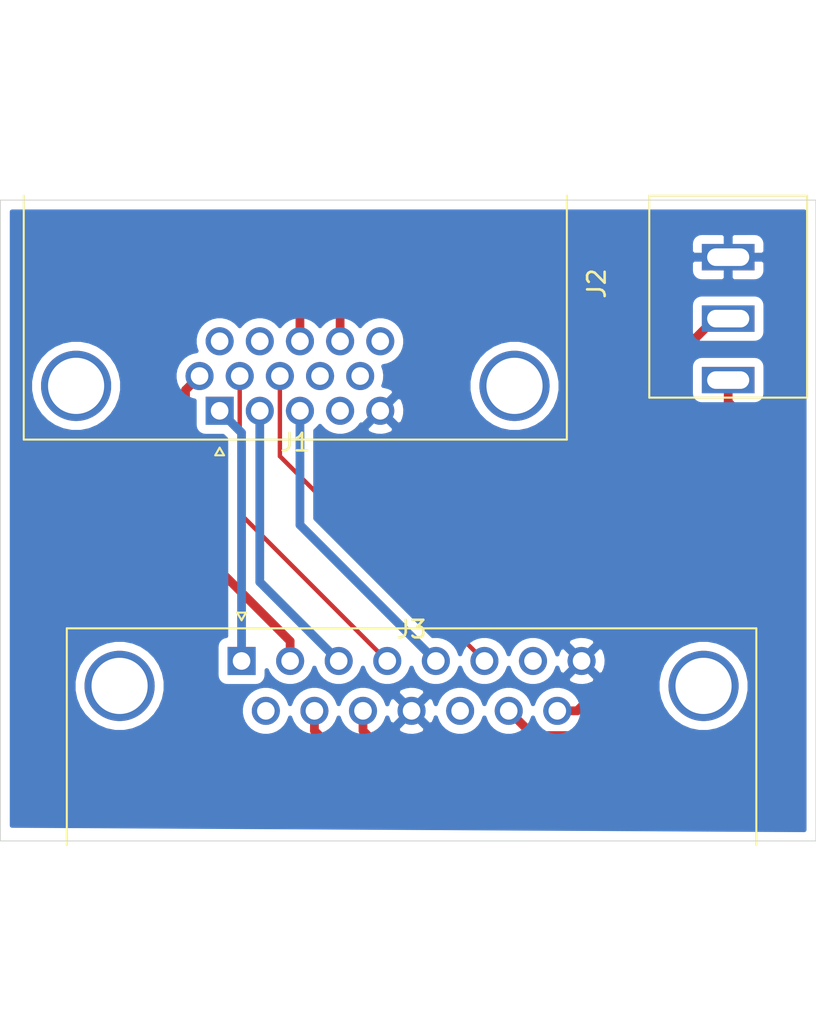
<source format=kicad_pcb>
(kicad_pcb (version 20171130) (host pcbnew "(5.1.2-1)-1")

  (general
    (thickness 1.6)
    (drawings 4)
    (tracks 45)
    (zones 0)
    (modules 3)
    (nets 20)
  )

  (page A4)
  (layers
    (0 F.Cu signal)
    (31 B.Cu signal)
    (32 B.Adhes user)
    (33 F.Adhes user)
    (34 B.Paste user)
    (35 F.Paste user)
    (36 B.SilkS user)
    (37 F.SilkS user)
    (38 B.Mask user)
    (39 F.Mask user)
    (40 Dwgs.User user)
    (41 Cmts.User user)
    (42 Eco1.User user)
    (43 Eco2.User user)
    (44 Edge.Cuts user)
    (45 Margin user)
    (46 B.CrtYd user)
    (47 F.CrtYd user)
    (48 B.Fab user)
    (49 F.Fab user)
  )

  (setup
    (last_trace_width 0.25)
    (trace_clearance 0.2)
    (zone_clearance 0.508)
    (zone_45_only no)
    (trace_min 0.2)
    (via_size 0.8)
    (via_drill 0.4)
    (via_min_size 0.4)
    (via_min_drill 0.3)
    (uvia_size 0.3)
    (uvia_drill 0.1)
    (uvias_allowed no)
    (uvia_min_size 0.2)
    (uvia_min_drill 0.1)
    (edge_width 0.05)
    (segment_width 0.2)
    (pcb_text_width 0.3)
    (pcb_text_size 1.5 1.5)
    (mod_edge_width 0.12)
    (mod_text_size 1 1)
    (mod_text_width 0.15)
    (pad_size 1.524 1.524)
    (pad_drill 0.762)
    (pad_to_mask_clearance 0.051)
    (solder_mask_min_width 0.25)
    (aux_axis_origin 0 0)
    (visible_elements FFFFFF7F)
    (pcbplotparams
      (layerselection 0x010fc_ffffffff)
      (usegerberextensions false)
      (usegerberattributes false)
      (usegerberadvancedattributes false)
      (creategerberjobfile false)
      (excludeedgelayer true)
      (linewidth 0.100000)
      (plotframeref false)
      (viasonmask false)
      (mode 1)
      (useauxorigin false)
      (hpglpennumber 1)
      (hpglpenspeed 20)
      (hpglpendiameter 15.000000)
      (psnegative false)
      (psa4output false)
      (plotreference true)
      (plotvalue true)
      (plotinvisibletext false)
      (padsonsilk false)
      (subtractmaskfromsilk false)
      (outputformat 1)
      (mirror false)
      (drillshape 1)
      (scaleselection 1)
      (outputdirectory ""))
  )

  (net 0 "")
  (net 1 "Net-(J1-Pad15)")
  (net 2 V_SYNC)
  (net 3 H_SYNC)
  (net 4 "Net-(J1-Pad12)")
  (net 5 "Net-(J1-Pad11)")
  (net 6 GND)
  (net 7 "Net-(J1-Pad9)")
  (net 8 B_return)
  (net 9 G_return)
  (net 10 R_return)
  (net 11 "Net-(J1-Pad4)")
  (net 12 B)
  (net 13 G)
  (net 14 R)
  (net 15 AUDIO_L)
  (net 16 AUDIO_R)
  (net 17 "Net-(J3-Pad13)")
  (net 18 "Net-(J3-Pad9)")
  (net 19 "Net-(J3-Pad7)")

  (net_class Default "This is the default net class."
    (clearance 0.2)
    (trace_width 0.25)
    (via_dia 0.8)
    (via_drill 0.4)
    (uvia_dia 0.3)
    (uvia_drill 0.1)
    (add_net AUDIO_L)
    (add_net AUDIO_R)
    (add_net B)
    (add_net B_return)
    (add_net G)
    (add_net GND)
    (add_net G_return)
    (add_net H_SYNC)
    (add_net "Net-(J1-Pad11)")
    (add_net "Net-(J1-Pad12)")
    (add_net "Net-(J1-Pad15)")
    (add_net "Net-(J1-Pad4)")
    (add_net "Net-(J1-Pad9)")
    (add_net "Net-(J3-Pad13)")
    (add_net "Net-(J3-Pad7)")
    (add_net "Net-(J3-Pad9)")
    (add_net R)
    (add_net R_return)
    (add_net V_SYNC)
  )

  (module Connector_Dsub:DSUB-15_Male_Horizontal_P2.77x2.84mm_EdgePinOffset7.70mm_Housed_MountingHolesOffset9.12mm (layer F.Cu) (tedit 59FEDEE2) (tstamp 5CE9DFB9)
    (at 123.75 66)
    (descr "15-pin D-Sub connector, horizontal/angled (90 deg), THT-mount, male, pitch 2.77x2.84mm, pin-PCB-offset 7.699999999999999mm, distance of mounting holes 33.3mm, distance of mounting holes to PCB edge 9.12mm, see https://disti-assets.s3.amazonaws.com/tonar/files/datasheets/16730.pdf")
    (tags "15-pin D-Sub connector horizontal angled 90deg THT male pitch 2.77x2.84mm pin-PCB-offset 7.699999999999999mm mounting-holes-distance 33.3mm mounting-hole-offset 33.3mm")
    (path /5CE99C90)
    (fp_text reference J3 (at 9.695 -1.8) (layer F.SilkS)
      (effects (font (size 1 1) (thickness 0.15)))
    )
    (fp_text value DB15_Male (at 9.695 19.84) (layer F.Fab)
      (effects (font (size 1 1) (thickness 0.15)))
    )
    (fp_text user %R (at 9.695 15.34) (layer F.Fab)
      (effects (font (size 1 1) (thickness 0.15)))
    )
    (fp_line (start 29.8 -2.35) (end -10.45 -2.35) (layer F.CrtYd) (width 0.05))
    (fp_line (start 29.8 17.45) (end 29.8 -2.35) (layer F.CrtYd) (width 0.05))
    (fp_line (start -10.45 17.45) (end 29.8 17.45) (layer F.CrtYd) (width 0.05))
    (fp_line (start -10.45 -2.35) (end -10.45 17.45) (layer F.CrtYd) (width 0.05))
    (fp_line (start 0 -2.321325) (end -0.25 -2.754338) (layer F.SilkS) (width 0.12))
    (fp_line (start 0.25 -2.754338) (end 0 -2.321325) (layer F.SilkS) (width 0.12))
    (fp_line (start -0.25 -2.754338) (end 0.25 -2.754338) (layer F.SilkS) (width 0.12))
    (fp_line (start 29.355 -1.86) (end 29.355 10.48) (layer F.SilkS) (width 0.12))
    (fp_line (start -9.965 -1.86) (end 29.355 -1.86) (layer F.SilkS) (width 0.12))
    (fp_line (start -9.965 10.48) (end -9.965 -1.86) (layer F.SilkS) (width 0.12))
    (fp_line (start 27.945 10.54) (end 27.945 1.42) (layer F.Fab) (width 0.1))
    (fp_line (start 24.745 10.54) (end 24.745 1.42) (layer F.Fab) (width 0.1))
    (fp_line (start -5.355 10.54) (end -5.355 1.42) (layer F.Fab) (width 0.1))
    (fp_line (start -8.555 10.54) (end -8.555 1.42) (layer F.Fab) (width 0.1))
    (fp_line (start 28.845 10.94) (end 23.845 10.94) (layer F.Fab) (width 0.1))
    (fp_line (start 28.845 15.94) (end 28.845 10.94) (layer F.Fab) (width 0.1))
    (fp_line (start 23.845 15.94) (end 28.845 15.94) (layer F.Fab) (width 0.1))
    (fp_line (start 23.845 10.94) (end 23.845 15.94) (layer F.Fab) (width 0.1))
    (fp_line (start -4.455 10.94) (end -9.455 10.94) (layer F.Fab) (width 0.1))
    (fp_line (start -4.455 15.94) (end -4.455 10.94) (layer F.Fab) (width 0.1))
    (fp_line (start -9.455 15.94) (end -4.455 15.94) (layer F.Fab) (width 0.1))
    (fp_line (start -9.455 10.94) (end -9.455 15.94) (layer F.Fab) (width 0.1))
    (fp_line (start 21.995 10.94) (end -2.605 10.94) (layer F.Fab) (width 0.1))
    (fp_line (start 21.995 16.94) (end 21.995 10.94) (layer F.Fab) (width 0.1))
    (fp_line (start -2.605 16.94) (end 21.995 16.94) (layer F.Fab) (width 0.1))
    (fp_line (start -2.605 10.94) (end -2.605 16.94) (layer F.Fab) (width 0.1))
    (fp_line (start 29.295 10.54) (end -9.905 10.54) (layer F.Fab) (width 0.1))
    (fp_line (start 29.295 10.94) (end 29.295 10.54) (layer F.Fab) (width 0.1))
    (fp_line (start -9.905 10.94) (end 29.295 10.94) (layer F.Fab) (width 0.1))
    (fp_line (start -9.905 10.54) (end -9.905 10.94) (layer F.Fab) (width 0.1))
    (fp_line (start 29.295 -1.8) (end -9.905 -1.8) (layer F.Fab) (width 0.1))
    (fp_line (start 29.295 10.54) (end 29.295 -1.8) (layer F.Fab) (width 0.1))
    (fp_line (start -9.905 10.54) (end 29.295 10.54) (layer F.Fab) (width 0.1))
    (fp_line (start -9.905 -1.8) (end -9.905 10.54) (layer F.Fab) (width 0.1))
    (fp_arc (start 26.345 1.42) (end 24.745 1.42) (angle 180) (layer F.Fab) (width 0.1))
    (fp_arc (start -6.955 1.42) (end -8.555 1.42) (angle 180) (layer F.Fab) (width 0.1))
    (pad 0 thru_hole circle (at 26.345 1.42) (size 4 4) (drill 3.2) (layers *.Cu *.Mask))
    (pad 0 thru_hole circle (at -6.955 1.42) (size 4 4) (drill 3.2) (layers *.Cu *.Mask))
    (pad 15 thru_hole circle (at 18.005 2.84) (size 1.6 1.6) (drill 1) (layers *.Cu *.Mask)
      (net 2 V_SYNC))
    (pad 14 thru_hole circle (at 15.235 2.84) (size 1.6 1.6) (drill 1) (layers *.Cu *.Mask)
      (net 3 H_SYNC))
    (pad 13 thru_hole circle (at 12.465 2.84) (size 1.6 1.6) (drill 1) (layers *.Cu *.Mask)
      (net 17 "Net-(J3-Pad13)"))
    (pad 12 thru_hole circle (at 9.695 2.84) (size 1.6 1.6) (drill 1) (layers *.Cu *.Mask)
      (net 6 GND))
    (pad 11 thru_hole circle (at 6.925 2.84) (size 1.6 1.6) (drill 1) (layers *.Cu *.Mask)
      (net 16 AUDIO_R))
    (pad 10 thru_hole circle (at 4.155 2.84) (size 1.6 1.6) (drill 1) (layers *.Cu *.Mask)
      (net 15 AUDIO_L))
    (pad 9 thru_hole circle (at 1.385 2.84) (size 1.6 1.6) (drill 1) (layers *.Cu *.Mask)
      (net 18 "Net-(J3-Pad9)"))
    (pad 8 thru_hole circle (at 19.39 0) (size 1.6 1.6) (drill 1) (layers *.Cu *.Mask)
      (net 6 GND))
    (pad 7 thru_hole circle (at 16.62 0) (size 1.6 1.6) (drill 1) (layers *.Cu *.Mask)
      (net 19 "Net-(J3-Pad7)"))
    (pad 6 thru_hole circle (at 13.85 0) (size 1.6 1.6) (drill 1) (layers *.Cu *.Mask)
      (net 8 B_return))
    (pad 5 thru_hole circle (at 11.08 0) (size 1.6 1.6) (drill 1) (layers *.Cu *.Mask)
      (net 12 B))
    (pad 4 thru_hole circle (at 8.31 0) (size 1.6 1.6) (drill 1) (layers *.Cu *.Mask)
      (net 9 G_return))
    (pad 3 thru_hole circle (at 5.54 0) (size 1.6 1.6) (drill 1) (layers *.Cu *.Mask)
      (net 13 G))
    (pad 2 thru_hole circle (at 2.77 0) (size 1.6 1.6) (drill 1) (layers *.Cu *.Mask)
      (net 10 R_return))
    (pad 1 thru_hole rect (at 0 0) (size 1.6 1.6) (drill 1) (layers *.Cu *.Mask)
      (net 14 R))
    (model ${KISYS3DMOD}/Connector_Dsub.3dshapes/DSUB-15_Male_Horizontal_P2.77x2.84mm_EdgePinOffset7.70mm_Housed_MountingHolesOffset9.12mm.wrl
      (at (xyz 0 0 0))
      (scale (xyz 1 1 1))
      (rotate (xyz 0 0 0))
    )
  )

  (module Connector_Dsub:DSUB-15-HD_Female_Horizontal_P2.29x1.98mm_EdgePinOffset8.35mm_Housed_MountingHolesOffset10.89mm (layer F.Cu) (tedit 59FEDEE2) (tstamp 5CE9DF41)
    (at 122.5 51.75 180)
    (descr "15-pin D-Sub connector, horizontal/angled (90 deg), THT-mount, female, pitch 2.29x1.98mm, pin-PCB-offset 8.35mm, distance of mounting holes 25mm, distance of mounting holes to PCB edge 10.889999999999999mm, see https://disti-assets.s3.amazonaws.com/tonar/files/datasheets/16730.pdf")
    (tags "15-pin D-Sub connector horizontal angled 90deg THT female pitch 2.29x1.98mm pin-PCB-offset 8.35mm mounting-holes-distance 25mm mounting-hole-offset 25mm")
    (path /5CE9DA02)
    (fp_text reference J1 (at -4.315 -1.8) (layer F.SilkS)
      (effects (font (size 1 1) (thickness 0.15)))
    )
    (fp_text value DB15_Female_HighDensity (at -4.315 22.55) (layer F.Fab)
      (effects (font (size 1 1) (thickness 0.15)))
    )
    (fp_text user %R (at -4.315 17.965) (layer F.Fab)
      (effects (font (size 1 1) (thickness 0.15)))
    )
    (fp_line (start 11.65 -2.1) (end -20.25 -2.1) (layer F.CrtYd) (width 0.05))
    (fp_line (start 11.65 19.25) (end 11.65 -2.1) (layer F.CrtYd) (width 0.05))
    (fp_line (start -20.25 19.25) (end 11.65 19.25) (layer F.CrtYd) (width 0.05))
    (fp_line (start -20.25 -2.1) (end -20.25 19.25) (layer F.CrtYd) (width 0.05))
    (fp_line (start 0 -2.101325) (end -0.25 -2.534338) (layer F.SilkS) (width 0.12))
    (fp_line (start 0.25 -2.534338) (end 0 -2.101325) (layer F.SilkS) (width 0.12))
    (fp_line (start -0.25 -2.534338) (end 0.25 -2.534338) (layer F.SilkS) (width 0.12))
    (fp_line (start 11.17 -1.64) (end 11.17 12.25) (layer F.SilkS) (width 0.12))
    (fp_line (start -19.8 -1.64) (end 11.17 -1.64) (layer F.SilkS) (width 0.12))
    (fp_line (start -19.8 12.25) (end -19.8 -1.64) (layer F.SilkS) (width 0.12))
    (fp_line (start 9.785 12.31) (end 9.785 1.42) (layer F.Fab) (width 0.1))
    (fp_line (start 6.585 12.31) (end 6.585 1.42) (layer F.Fab) (width 0.1))
    (fp_line (start -15.215 12.31) (end -15.215 1.42) (layer F.Fab) (width 0.1))
    (fp_line (start -18.415 12.31) (end -18.415 1.42) (layer F.Fab) (width 0.1))
    (fp_line (start 10.685 12.71) (end 5.685 12.71) (layer F.Fab) (width 0.1))
    (fp_line (start 10.685 17.71) (end 10.685 12.71) (layer F.Fab) (width 0.1))
    (fp_line (start 5.685 17.71) (end 10.685 17.71) (layer F.Fab) (width 0.1))
    (fp_line (start 5.685 12.71) (end 5.685 17.71) (layer F.Fab) (width 0.1))
    (fp_line (start -14.315 12.71) (end -19.315 12.71) (layer F.Fab) (width 0.1))
    (fp_line (start -14.315 17.71) (end -14.315 12.71) (layer F.Fab) (width 0.1))
    (fp_line (start -19.315 17.71) (end -14.315 17.71) (layer F.Fab) (width 0.1))
    (fp_line (start -19.315 12.71) (end -19.315 17.71) (layer F.Fab) (width 0.1))
    (fp_line (start 3.835 12.71) (end -12.465 12.71) (layer F.Fab) (width 0.1))
    (fp_line (start 3.835 18.71) (end 3.835 12.71) (layer F.Fab) (width 0.1))
    (fp_line (start -12.465 18.71) (end 3.835 18.71) (layer F.Fab) (width 0.1))
    (fp_line (start -12.465 12.71) (end -12.465 18.71) (layer F.Fab) (width 0.1))
    (fp_line (start 11.11 12.31) (end -19.74 12.31) (layer F.Fab) (width 0.1))
    (fp_line (start 11.11 12.71) (end 11.11 12.31) (layer F.Fab) (width 0.1))
    (fp_line (start -19.74 12.71) (end 11.11 12.71) (layer F.Fab) (width 0.1))
    (fp_line (start -19.74 12.31) (end -19.74 12.71) (layer F.Fab) (width 0.1))
    (fp_line (start 11.11 -1.58) (end -19.74 -1.58) (layer F.Fab) (width 0.1))
    (fp_line (start 11.11 12.31) (end 11.11 -1.58) (layer F.Fab) (width 0.1))
    (fp_line (start -19.74 12.31) (end 11.11 12.31) (layer F.Fab) (width 0.1))
    (fp_line (start -19.74 -1.58) (end -19.74 12.31) (layer F.Fab) (width 0.1))
    (fp_arc (start 8.185 1.42) (end 6.585 1.42) (angle 180) (layer F.Fab) (width 0.1))
    (fp_arc (start -16.815 1.42) (end -18.415 1.42) (angle 180) (layer F.Fab) (width 0.1))
    (pad 0 thru_hole circle (at 8.185 1.42 180) (size 4 4) (drill 3.2) (layers *.Cu *.Mask))
    (pad 0 thru_hole circle (at -16.815 1.42 180) (size 4 4) (drill 3.2) (layers *.Cu *.Mask))
    (pad 15 thru_hole circle (at -9.16 3.96 180) (size 1.6 1.6) (drill 1) (layers *.Cu *.Mask)
      (net 1 "Net-(J1-Pad15)"))
    (pad 14 thru_hole circle (at -6.87 3.96 180) (size 1.6 1.6) (drill 1) (layers *.Cu *.Mask)
      (net 2 V_SYNC))
    (pad 13 thru_hole circle (at -4.58 3.96 180) (size 1.6 1.6) (drill 1) (layers *.Cu *.Mask)
      (net 3 H_SYNC))
    (pad 12 thru_hole circle (at -2.29 3.96 180) (size 1.6 1.6) (drill 1) (layers *.Cu *.Mask)
      (net 4 "Net-(J1-Pad12)"))
    (pad 11 thru_hole circle (at 0 3.96 180) (size 1.6 1.6) (drill 1) (layers *.Cu *.Mask)
      (net 5 "Net-(J1-Pad11)"))
    (pad 10 thru_hole circle (at -8.015 1.98 180) (size 1.6 1.6) (drill 1) (layers *.Cu *.Mask)
      (net 6 GND))
    (pad 9 thru_hole circle (at -5.725 1.98 180) (size 1.6 1.6) (drill 1) (layers *.Cu *.Mask)
      (net 7 "Net-(J1-Pad9)"))
    (pad 8 thru_hole circle (at -3.435 1.98 180) (size 1.6 1.6) (drill 1) (layers *.Cu *.Mask)
      (net 8 B_return))
    (pad 7 thru_hole circle (at -1.145 1.98 180) (size 1.6 1.6) (drill 1) (layers *.Cu *.Mask)
      (net 9 G_return))
    (pad 6 thru_hole circle (at 1.145 1.98 180) (size 1.6 1.6) (drill 1) (layers *.Cu *.Mask)
      (net 10 R_return))
    (pad 5 thru_hole circle (at -9.16 0 180) (size 1.6 1.6) (drill 1) (layers *.Cu *.Mask)
      (net 6 GND))
    (pad 4 thru_hole circle (at -6.87 0 180) (size 1.6 1.6) (drill 1) (layers *.Cu *.Mask)
      (net 11 "Net-(J1-Pad4)"))
    (pad 3 thru_hole circle (at -4.58 0 180) (size 1.6 1.6) (drill 1) (layers *.Cu *.Mask)
      (net 12 B))
    (pad 2 thru_hole circle (at -2.29 0 180) (size 1.6 1.6) (drill 1) (layers *.Cu *.Mask)
      (net 13 G))
    (pad 1 thru_hole rect (at 0 0 180) (size 1.6 1.6) (drill 1) (layers *.Cu *.Mask)
      (net 14 R))
    (model ${KISYS3DMOD}/Connector_Dsub.3dshapes/DSUB-15-HD_Female_Horizontal_P2.29x1.98mm_EdgePinOffset8.35mm_Housed_MountingHolesOffset10.89mm.wrl
      (at (xyz 0 0 0))
      (scale (xyz 1 1 1))
      (rotate (xyz 0 0 0))
    )
  )

  (module Connector_Audio:ASJ-125-3 (layer F.Cu) (tedit 5CE98518) (tstamp 5CE9DF52)
    (at 156 44.5 270)
    (path /5CEA4732)
    (fp_text reference J2 (at 0 12 90) (layer F.SilkS)
      (effects (font (size 1 1) (thickness 0.15)))
    )
    (fp_text value AudioJack3 (at 11.75 3.5 90) (layer F.Fab)
      (effects (font (size 1 1) (thickness 0.15)))
    )
    (fp_line (start -10 7.5) (end -5.5 7.5) (layer Dwgs.User) (width 0.12))
    (fp_line (start -10 1.5) (end -10 7.5) (layer Dwgs.User) (width 0.12))
    (fp_line (start -5.5 1.5) (end -10 1.5) (layer Dwgs.User) (width 0.12))
    (fp_line (start -5.5 8) (end -5 8) (layer Dwgs.User) (width 0.12))
    (fp_line (start -5.5 1) (end -5.5 8) (layer Dwgs.User) (width 0.12))
    (fp_line (start -5 1) (end -5.5 1) (layer Dwgs.User) (width 0.12))
    (fp_line (start 6.5 9) (end -5 9) (layer F.SilkS) (width 0.12))
    (fp_line (start 6.5 0) (end 6.5 9) (layer F.SilkS) (width 0.12))
    (fp_line (start -5 0) (end 6.5 0) (layer F.SilkS) (width 0.12))
    (fp_line (start -5 0) (end -5 9) (layer F.SilkS) (width 0.12))
    (pad T thru_hole rect (at 5.5 4.5 270) (size 1.5 3) (drill oval 1 2.4) (layers *.Cu *.Mask)
      (net 15 AUDIO_L))
    (pad R thru_hole rect (at 2 4.5 270) (size 1.5 3) (drill oval 1 2.4) (layers *.Cu *.Mask)
      (net 16 AUDIO_R))
    (pad S thru_hole rect (at -1.5 4.5 270) (size 1.5 3) (drill oval 1 2.4) (layers *.Cu *.Mask)
      (net 6 GND))
  )

  (gr_line (start 156.5 76.25) (end 156.5 39.75) (layer Edge.Cuts) (width 0.05) (tstamp 5CEA269A))
  (gr_line (start 110 76.25) (end 156.5 76.25) (layer Edge.Cuts) (width 0.05))
  (gr_line (start 110 39.75) (end 110 76.25) (layer Edge.Cuts) (width 0.05))
  (gr_line (start 156.5 39.75) (end 110 39.75) (layer Edge.Cuts) (width 0.05))

  (segment (start 129.37 46.38) (end 129.37 47.79) (width 0.5) (layer F.Cu) (net 2))
  (segment (start 130.75 45) (end 129.37 46.38) (width 0.5) (layer F.Cu) (net 2))
  (segment (start 140.5 45) (end 130.75 45) (width 0.5) (layer F.Cu) (net 2))
  (segment (start 146 50.5) (end 140.5 45) (width 0.5) (layer F.Cu) (net 2))
  (segment (start 146 65.72637) (end 146 50.5) (width 0.5) (layer F.Cu) (net 2))
  (segment (start 142.88637 68.84) (end 146 65.72637) (width 0.5) (layer F.Cu) (net 2))
  (segment (start 141.755 68.84) (end 142.88637 68.84) (width 0.5) (layer F.Cu) (net 2))
  (segment (start 129.5 43.5) (end 127.08 45.92) (width 0.5) (layer F.Cu) (net 3))
  (segment (start 141 43.5) (end 129.5 43.5) (width 0.5) (layer F.Cu) (net 3))
  (segment (start 147.5 50) (end 141 43.5) (width 0.5) (layer F.Cu) (net 3))
  (segment (start 127.08 45.92) (end 127.08 47.79) (width 0.5) (layer F.Cu) (net 3))
  (segment (start 147.5 66) (end 147.5 50) (width 0.5) (layer F.Cu) (net 3))
  (segment (start 138.985 68.84) (end 140.395 70.25) (width 0.5) (layer F.Cu) (net 3))
  (segment (start 143.25 70.25) (end 147.5 66) (width 0.5) (layer F.Cu) (net 3))
  (segment (start 140.395 70.25) (end 143.25 70.25) (width 0.5) (layer F.Cu) (net 3))
  (segment (start 125.935 54.335) (end 125.935 49.77) (width 0.25) (layer F.Cu) (net 8))
  (segment (start 137.6 66) (end 125.935 54.335) (width 0.25) (layer F.Cu) (net 8))
  (segment (start 123.645 57.585) (end 123.645 49.77) (width 0.25) (layer F.Cu) (net 9))
  (segment (start 132.06 66) (end 123.645 57.585) (width 0.25) (layer F.Cu) (net 9))
  (segment (start 120.555001 50.569999) (end 121.355 49.77) (width 0.5) (layer F.Cu) (net 10))
  (segment (start 120.555001 58.903631) (end 120.555001 50.569999) (width 0.5) (layer F.Cu) (net 10))
  (segment (start 126.52 64.86863) (end 120.555001 58.903631) (width 0.5) (layer F.Cu) (net 10))
  (segment (start 126.52 66) (end 126.52 64.86863) (width 0.5) (layer F.Cu) (net 10))
  (segment (start 127.08 58.25) (end 127.08 51.75) (width 0.5) (layer B.Cu) (net 12))
  (segment (start 134.83 66) (end 127.08 58.25) (width 0.5) (layer B.Cu) (net 12))
  (segment (start 124.79 61.5) (end 124.79 51.75) (width 0.5) (layer B.Cu) (net 13) (status 1000000))
  (segment (start 129.29 66) (end 124.79 61.5) (width 0.5) (layer B.Cu) (net 13) (status 1000000))
  (segment (start 123.75 53) (end 122.5 51.75) (width 0.5) (layer B.Cu) (net 14))
  (segment (start 123.75 66) (end 123.75 53) (width 0.5) (layer B.Cu) (net 14))
  (segment (start 154.5 70.75) (end 154.5 54.25) (width 0.5) (layer F.Cu) (net 15))
  (segment (start 153 72.25) (end 154.5 70.75) (width 0.5) (layer F.Cu) (net 15))
  (segment (start 151.5 51.25) (end 151.5 50) (width 0.5) (layer F.Cu) (net 15))
  (segment (start 130.18363 72.25) (end 153 72.25) (width 0.5) (layer F.Cu) (net 15))
  (segment (start 154.5 54.25) (end 151.5 51.25) (width 0.5) (layer F.Cu) (net 15))
  (segment (start 127.905 69.97137) (end 130.18363 72.25) (width 0.5) (layer F.Cu) (net 15))
  (segment (start 127.905 68.84) (end 127.905 69.97137) (width 0.5) (layer F.Cu) (net 15))
  (segment (start 148.75 48.5) (end 150.75 46.5) (width 0.5) (layer F.Cu) (net 16))
  (segment (start 153.25 62.25) (end 148.75 57.75) (width 0.5) (layer F.Cu) (net 16))
  (segment (start 150.75 46.5) (end 151.5 46.5) (width 0.5) (layer F.Cu) (net 16))
  (segment (start 152.25 71) (end 153.25 70) (width 0.5) (layer F.Cu) (net 16))
  (segment (start 153.25 70) (end 153.25 62.25) (width 0.5) (layer F.Cu) (net 16))
  (segment (start 130.675 69.97137) (end 131.70363 71) (width 0.5) (layer F.Cu) (net 16))
  (segment (start 131.70363 71) (end 152.25 71) (width 0.5) (layer F.Cu) (net 16))
  (segment (start 148.75 57.75) (end 148.75 48.5) (width 0.5) (layer F.Cu) (net 16))
  (segment (start 130.675 68.84) (end 130.675 69.97137) (width 0.5) (layer F.Cu) (net 16))

  (zone (net 6) (net_name GND) (layer B.Cu) (tstamp 0) (hatch edge 0.508)
    (connect_pads (clearance 0.508))
    (min_thickness 0.254)
    (fill yes (arc_segments 32) (thermal_gap 0.508) (thermal_bridge_width 0.508))
    (polygon
      (pts
        (xy 156 40.25) (xy 110.5 40.25) (xy 110.5 75.5) (xy 156 75.75)
      )
    )
    (filled_polygon
      (pts
        (xy 155.84 75.622119) (xy 110.66 75.373877) (xy 110.66 67.160475) (xy 114.16 67.160475) (xy 114.16 67.679525)
        (xy 114.261261 68.188601) (xy 114.459893 68.668141) (xy 114.748262 69.099715) (xy 115.115285 69.466738) (xy 115.546859 69.755107)
        (xy 116.026399 69.953739) (xy 116.535475 70.055) (xy 117.054525 70.055) (xy 117.563601 69.953739) (xy 118.043141 69.755107)
        (xy 118.474715 69.466738) (xy 118.841738 69.099715) (xy 119.109711 68.698665) (xy 123.7 68.698665) (xy 123.7 68.981335)
        (xy 123.755147 69.258574) (xy 123.86332 69.519727) (xy 124.020363 69.754759) (xy 124.220241 69.954637) (xy 124.455273 70.11168)
        (xy 124.716426 70.219853) (xy 124.993665 70.275) (xy 125.276335 70.275) (xy 125.553574 70.219853) (xy 125.814727 70.11168)
        (xy 126.049759 69.954637) (xy 126.249637 69.754759) (xy 126.40668 69.519727) (xy 126.514853 69.258574) (xy 126.52 69.232699)
        (xy 126.525147 69.258574) (xy 126.63332 69.519727) (xy 126.790363 69.754759) (xy 126.990241 69.954637) (xy 127.225273 70.11168)
        (xy 127.486426 70.219853) (xy 127.763665 70.275) (xy 128.046335 70.275) (xy 128.323574 70.219853) (xy 128.584727 70.11168)
        (xy 128.819759 69.954637) (xy 129.019637 69.754759) (xy 129.17668 69.519727) (xy 129.284853 69.258574) (xy 129.29 69.232699)
        (xy 129.295147 69.258574) (xy 129.40332 69.519727) (xy 129.560363 69.754759) (xy 129.760241 69.954637) (xy 129.995273 70.11168)
        (xy 130.256426 70.219853) (xy 130.533665 70.275) (xy 130.816335 70.275) (xy 131.093574 70.219853) (xy 131.354727 70.11168)
        (xy 131.589759 69.954637) (xy 131.711694 69.832702) (xy 132.631903 69.832702) (xy 132.703486 70.076671) (xy 132.958996 70.197571)
        (xy 133.233184 70.2663) (xy 133.515512 70.280217) (xy 133.79513 70.238787) (xy 134.061292 70.143603) (xy 134.186514 70.076671)
        (xy 134.258097 69.832702) (xy 133.445 69.019605) (xy 132.631903 69.832702) (xy 131.711694 69.832702) (xy 131.789637 69.754759)
        (xy 131.94668 69.519727) (xy 132.054853 69.258574) (xy 132.060513 69.230118) (xy 132.141397 69.456292) (xy 132.208329 69.581514)
        (xy 132.452298 69.653097) (xy 133.265395 68.84) (xy 133.624605 68.84) (xy 134.437702 69.653097) (xy 134.681671 69.581514)
        (xy 134.802571 69.326004) (xy 134.828212 69.223711) (xy 134.835147 69.258574) (xy 134.94332 69.519727) (xy 135.100363 69.754759)
        (xy 135.300241 69.954637) (xy 135.535273 70.11168) (xy 135.796426 70.219853) (xy 136.073665 70.275) (xy 136.356335 70.275)
        (xy 136.633574 70.219853) (xy 136.894727 70.11168) (xy 137.129759 69.954637) (xy 137.329637 69.754759) (xy 137.48668 69.519727)
        (xy 137.594853 69.258574) (xy 137.6 69.232699) (xy 137.605147 69.258574) (xy 137.71332 69.519727) (xy 137.870363 69.754759)
        (xy 138.070241 69.954637) (xy 138.305273 70.11168) (xy 138.566426 70.219853) (xy 138.843665 70.275) (xy 139.126335 70.275)
        (xy 139.403574 70.219853) (xy 139.664727 70.11168) (xy 139.899759 69.954637) (xy 140.099637 69.754759) (xy 140.25668 69.519727)
        (xy 140.364853 69.258574) (xy 140.37 69.232699) (xy 140.375147 69.258574) (xy 140.48332 69.519727) (xy 140.640363 69.754759)
        (xy 140.840241 69.954637) (xy 141.075273 70.11168) (xy 141.336426 70.219853) (xy 141.613665 70.275) (xy 141.896335 70.275)
        (xy 142.173574 70.219853) (xy 142.434727 70.11168) (xy 142.669759 69.954637) (xy 142.869637 69.754759) (xy 143.02668 69.519727)
        (xy 143.134853 69.258574) (xy 143.19 68.981335) (xy 143.19 68.698665) (xy 143.134853 68.421426) (xy 143.02668 68.160273)
        (xy 142.869637 67.925241) (xy 142.669759 67.725363) (xy 142.434727 67.56832) (xy 142.173574 67.460147) (xy 141.896335 67.405)
        (xy 141.613665 67.405) (xy 141.336426 67.460147) (xy 141.075273 67.56832) (xy 140.840241 67.725363) (xy 140.640363 67.925241)
        (xy 140.48332 68.160273) (xy 140.375147 68.421426) (xy 140.37 68.447301) (xy 140.364853 68.421426) (xy 140.25668 68.160273)
        (xy 140.099637 67.925241) (xy 139.899759 67.725363) (xy 139.664727 67.56832) (xy 139.403574 67.460147) (xy 139.126335 67.405)
        (xy 138.843665 67.405) (xy 138.566426 67.460147) (xy 138.305273 67.56832) (xy 138.070241 67.725363) (xy 137.870363 67.925241)
        (xy 137.71332 68.160273) (xy 137.605147 68.421426) (xy 137.6 68.447301) (xy 137.594853 68.421426) (xy 137.48668 68.160273)
        (xy 137.329637 67.925241) (xy 137.129759 67.725363) (xy 136.894727 67.56832) (xy 136.633574 67.460147) (xy 136.356335 67.405)
        (xy 136.073665 67.405) (xy 135.796426 67.460147) (xy 135.535273 67.56832) (xy 135.300241 67.725363) (xy 135.100363 67.925241)
        (xy 134.94332 68.160273) (xy 134.835147 68.421426) (xy 134.829487 68.449882) (xy 134.748603 68.223708) (xy 134.681671 68.098486)
        (xy 134.437702 68.026903) (xy 133.624605 68.84) (xy 133.265395 68.84) (xy 132.452298 68.026903) (xy 132.208329 68.098486)
        (xy 132.087429 68.353996) (xy 132.061788 68.456289) (xy 132.054853 68.421426) (xy 131.94668 68.160273) (xy 131.789637 67.925241)
        (xy 131.711694 67.847298) (xy 132.631903 67.847298) (xy 133.445 68.660395) (xy 134.258097 67.847298) (xy 134.186514 67.603329)
        (xy 133.931004 67.482429) (xy 133.656816 67.4137) (xy 133.374488 67.399783) (xy 133.09487 67.441213) (xy 132.828708 67.536397)
        (xy 132.703486 67.603329) (xy 132.631903 67.847298) (xy 131.711694 67.847298) (xy 131.589759 67.725363) (xy 131.354727 67.56832)
        (xy 131.093574 67.460147) (xy 130.816335 67.405) (xy 130.533665 67.405) (xy 130.256426 67.460147) (xy 129.995273 67.56832)
        (xy 129.760241 67.725363) (xy 129.560363 67.925241) (xy 129.40332 68.160273) (xy 129.295147 68.421426) (xy 129.29 68.447301)
        (xy 129.284853 68.421426) (xy 129.17668 68.160273) (xy 129.019637 67.925241) (xy 128.819759 67.725363) (xy 128.584727 67.56832)
        (xy 128.323574 67.460147) (xy 128.046335 67.405) (xy 127.763665 67.405) (xy 127.486426 67.460147) (xy 127.225273 67.56832)
        (xy 126.990241 67.725363) (xy 126.790363 67.925241) (xy 126.63332 68.160273) (xy 126.525147 68.421426) (xy 126.52 68.447301)
        (xy 126.514853 68.421426) (xy 126.40668 68.160273) (xy 126.249637 67.925241) (xy 126.049759 67.725363) (xy 125.814727 67.56832)
        (xy 125.553574 67.460147) (xy 125.276335 67.405) (xy 124.993665 67.405) (xy 124.716426 67.460147) (xy 124.455273 67.56832)
        (xy 124.220241 67.725363) (xy 124.020363 67.925241) (xy 123.86332 68.160273) (xy 123.755147 68.421426) (xy 123.7 68.698665)
        (xy 119.109711 68.698665) (xy 119.130107 68.668141) (xy 119.328739 68.188601) (xy 119.43 67.679525) (xy 119.43 67.160475)
        (xy 119.328739 66.651399) (xy 119.130107 66.171859) (xy 118.841738 65.740285) (xy 118.474715 65.373262) (xy 118.043141 65.084893)
        (xy 117.563601 64.886261) (xy 117.054525 64.785) (xy 116.535475 64.785) (xy 116.026399 64.886261) (xy 115.546859 65.084893)
        (xy 115.115285 65.373262) (xy 114.748262 65.740285) (xy 114.459893 66.171859) (xy 114.261261 66.651399) (xy 114.16 67.160475)
        (xy 110.66 67.160475) (xy 110.66 50.070475) (xy 111.68 50.070475) (xy 111.68 50.589525) (xy 111.781261 51.098601)
        (xy 111.979893 51.578141) (xy 112.268262 52.009715) (xy 112.635285 52.376738) (xy 113.066859 52.665107) (xy 113.546399 52.863739)
        (xy 114.055475 52.965) (xy 114.574525 52.965) (xy 115.083601 52.863739) (xy 115.563141 52.665107) (xy 115.994715 52.376738)
        (xy 116.361738 52.009715) (xy 116.650107 51.578141) (xy 116.848739 51.098601) (xy 116.95 50.589525) (xy 116.95 50.070475)
        (xy 116.862119 49.628665) (xy 119.92 49.628665) (xy 119.92 49.911335) (xy 119.975147 50.188574) (xy 120.08332 50.449727)
        (xy 120.240363 50.684759) (xy 120.440241 50.884637) (xy 120.675273 51.04168) (xy 120.936426 51.149853) (xy 121.061928 51.174817)
        (xy 121.061928 52.55) (xy 121.074188 52.674482) (xy 121.110498 52.79418) (xy 121.169463 52.904494) (xy 121.248815 53.001185)
        (xy 121.345506 53.080537) (xy 121.45582 53.139502) (xy 121.575518 53.175812) (xy 121.7 53.188072) (xy 122.686493 53.188072)
        (xy 122.865001 53.36658) (xy 122.865 64.570299) (xy 122.825518 64.574188) (xy 122.70582 64.610498) (xy 122.595506 64.669463)
        (xy 122.498815 64.748815) (xy 122.419463 64.845506) (xy 122.360498 64.95582) (xy 122.324188 65.075518) (xy 122.311928 65.2)
        (xy 122.311928 66.8) (xy 122.324188 66.924482) (xy 122.360498 67.04418) (xy 122.419463 67.154494) (xy 122.498815 67.251185)
        (xy 122.595506 67.330537) (xy 122.70582 67.389502) (xy 122.825518 67.425812) (xy 122.95 67.438072) (xy 124.55 67.438072)
        (xy 124.674482 67.425812) (xy 124.79418 67.389502) (xy 124.904494 67.330537) (xy 125.001185 67.251185) (xy 125.080537 67.154494)
        (xy 125.139502 67.04418) (xy 125.175812 66.924482) (xy 125.188072 66.8) (xy 125.188072 66.534275) (xy 125.24832 66.679727)
        (xy 125.405363 66.914759) (xy 125.605241 67.114637) (xy 125.840273 67.27168) (xy 126.101426 67.379853) (xy 126.378665 67.435)
        (xy 126.661335 67.435) (xy 126.938574 67.379853) (xy 127.199727 67.27168) (xy 127.434759 67.114637) (xy 127.634637 66.914759)
        (xy 127.79168 66.679727) (xy 127.899853 66.418574) (xy 127.905 66.392699) (xy 127.910147 66.418574) (xy 128.01832 66.679727)
        (xy 128.175363 66.914759) (xy 128.375241 67.114637) (xy 128.610273 67.27168) (xy 128.871426 67.379853) (xy 129.148665 67.435)
        (xy 129.431335 67.435) (xy 129.708574 67.379853) (xy 129.969727 67.27168) (xy 130.204759 67.114637) (xy 130.404637 66.914759)
        (xy 130.56168 66.679727) (xy 130.669853 66.418574) (xy 130.675 66.392699) (xy 130.680147 66.418574) (xy 130.78832 66.679727)
        (xy 130.945363 66.914759) (xy 131.145241 67.114637) (xy 131.380273 67.27168) (xy 131.641426 67.379853) (xy 131.918665 67.435)
        (xy 132.201335 67.435) (xy 132.478574 67.379853) (xy 132.739727 67.27168) (xy 132.974759 67.114637) (xy 133.174637 66.914759)
        (xy 133.33168 66.679727) (xy 133.439853 66.418574) (xy 133.445 66.392699) (xy 133.450147 66.418574) (xy 133.55832 66.679727)
        (xy 133.715363 66.914759) (xy 133.915241 67.114637) (xy 134.150273 67.27168) (xy 134.411426 67.379853) (xy 134.688665 67.435)
        (xy 134.971335 67.435) (xy 135.248574 67.379853) (xy 135.509727 67.27168) (xy 135.744759 67.114637) (xy 135.944637 66.914759)
        (xy 136.10168 66.679727) (xy 136.209853 66.418574) (xy 136.215 66.392699) (xy 136.220147 66.418574) (xy 136.32832 66.679727)
        (xy 136.485363 66.914759) (xy 136.685241 67.114637) (xy 136.920273 67.27168) (xy 137.181426 67.379853) (xy 137.458665 67.435)
        (xy 137.741335 67.435) (xy 138.018574 67.379853) (xy 138.279727 67.27168) (xy 138.514759 67.114637) (xy 138.714637 66.914759)
        (xy 138.87168 66.679727) (xy 138.979853 66.418574) (xy 138.985 66.392699) (xy 138.990147 66.418574) (xy 139.09832 66.679727)
        (xy 139.255363 66.914759) (xy 139.455241 67.114637) (xy 139.690273 67.27168) (xy 139.951426 67.379853) (xy 140.228665 67.435)
        (xy 140.511335 67.435) (xy 140.788574 67.379853) (xy 141.049727 67.27168) (xy 141.284759 67.114637) (xy 141.406694 66.992702)
        (xy 142.326903 66.992702) (xy 142.398486 67.236671) (xy 142.653996 67.357571) (xy 142.928184 67.4263) (xy 143.210512 67.440217)
        (xy 143.49013 67.398787) (xy 143.756292 67.303603) (xy 143.881514 67.236671) (xy 143.90387 67.160475) (xy 147.46 67.160475)
        (xy 147.46 67.679525) (xy 147.561261 68.188601) (xy 147.759893 68.668141) (xy 148.048262 69.099715) (xy 148.415285 69.466738)
        (xy 148.846859 69.755107) (xy 149.326399 69.953739) (xy 149.835475 70.055) (xy 150.354525 70.055) (xy 150.863601 69.953739)
        (xy 151.343141 69.755107) (xy 151.774715 69.466738) (xy 152.141738 69.099715) (xy 152.430107 68.668141) (xy 152.628739 68.188601)
        (xy 152.73 67.679525) (xy 152.73 67.160475) (xy 152.628739 66.651399) (xy 152.430107 66.171859) (xy 152.141738 65.740285)
        (xy 151.774715 65.373262) (xy 151.343141 65.084893) (xy 150.863601 64.886261) (xy 150.354525 64.785) (xy 149.835475 64.785)
        (xy 149.326399 64.886261) (xy 148.846859 65.084893) (xy 148.415285 65.373262) (xy 148.048262 65.740285) (xy 147.759893 66.171859)
        (xy 147.561261 66.651399) (xy 147.46 67.160475) (xy 143.90387 67.160475) (xy 143.953097 66.992702) (xy 143.14 66.179605)
        (xy 142.326903 66.992702) (xy 141.406694 66.992702) (xy 141.484637 66.914759) (xy 141.64168 66.679727) (xy 141.749853 66.418574)
        (xy 141.755513 66.390118) (xy 141.836397 66.616292) (xy 141.903329 66.741514) (xy 142.147298 66.813097) (xy 142.960395 66)
        (xy 143.319605 66) (xy 144.132702 66.813097) (xy 144.376671 66.741514) (xy 144.497571 66.486004) (xy 144.5663 66.211816)
        (xy 144.580217 65.929488) (xy 144.538787 65.64987) (xy 144.443603 65.383708) (xy 144.376671 65.258486) (xy 144.132702 65.186903)
        (xy 143.319605 66) (xy 142.960395 66) (xy 142.147298 65.186903) (xy 141.903329 65.258486) (xy 141.782429 65.513996)
        (xy 141.756788 65.616289) (xy 141.749853 65.581426) (xy 141.64168 65.320273) (xy 141.484637 65.085241) (xy 141.406694 65.007298)
        (xy 142.326903 65.007298) (xy 143.14 65.820395) (xy 143.953097 65.007298) (xy 143.881514 64.763329) (xy 143.626004 64.642429)
        (xy 143.351816 64.5737) (xy 143.069488 64.559783) (xy 142.78987 64.601213) (xy 142.523708 64.696397) (xy 142.398486 64.763329)
        (xy 142.326903 65.007298) (xy 141.406694 65.007298) (xy 141.284759 64.885363) (xy 141.049727 64.72832) (xy 140.788574 64.620147)
        (xy 140.511335 64.565) (xy 140.228665 64.565) (xy 139.951426 64.620147) (xy 139.690273 64.72832) (xy 139.455241 64.885363)
        (xy 139.255363 65.085241) (xy 139.09832 65.320273) (xy 138.990147 65.581426) (xy 138.985 65.607301) (xy 138.979853 65.581426)
        (xy 138.87168 65.320273) (xy 138.714637 65.085241) (xy 138.514759 64.885363) (xy 138.279727 64.72832) (xy 138.018574 64.620147)
        (xy 137.741335 64.565) (xy 137.458665 64.565) (xy 137.181426 64.620147) (xy 136.920273 64.72832) (xy 136.685241 64.885363)
        (xy 136.485363 65.085241) (xy 136.32832 65.320273) (xy 136.220147 65.581426) (xy 136.215 65.607301) (xy 136.209853 65.581426)
        (xy 136.10168 65.320273) (xy 135.944637 65.085241) (xy 135.744759 64.885363) (xy 135.509727 64.72832) (xy 135.248574 64.620147)
        (xy 134.971335 64.565) (xy 134.688665 64.565) (xy 134.653562 64.571983) (xy 127.965 57.883422) (xy 127.965 52.884521)
        (xy 127.994759 52.864637) (xy 128.194637 52.664759) (xy 128.225 52.619317) (xy 128.255363 52.664759) (xy 128.455241 52.864637)
        (xy 128.690273 53.02168) (xy 128.951426 53.129853) (xy 129.228665 53.185) (xy 129.511335 53.185) (xy 129.788574 53.129853)
        (xy 130.049727 53.02168) (xy 130.284759 52.864637) (xy 130.406694 52.742702) (xy 130.846903 52.742702) (xy 130.918486 52.986671)
        (xy 131.173996 53.107571) (xy 131.448184 53.1763) (xy 131.730512 53.190217) (xy 132.01013 53.148787) (xy 132.276292 53.053603)
        (xy 132.401514 52.986671) (xy 132.473097 52.742702) (xy 131.66 51.929605) (xy 130.846903 52.742702) (xy 130.406694 52.742702)
        (xy 130.484637 52.664759) (xy 130.571372 52.534951) (xy 130.667298 52.563097) (xy 131.480395 51.75) (xy 131.839605 51.75)
        (xy 132.652702 52.563097) (xy 132.896671 52.491514) (xy 133.017571 52.236004) (xy 133.0863 51.961816) (xy 133.100217 51.679488)
        (xy 133.058787 51.39987) (xy 132.963603 51.133708) (xy 132.896671 51.008486) (xy 132.652702 50.936903) (xy 131.839605 51.75)
        (xy 131.480395 51.75) (xy 131.466253 51.735858) (xy 131.645858 51.556253) (xy 131.66 51.570395) (xy 132.473097 50.757298)
        (xy 132.401514 50.513329) (xy 132.146004 50.392429) (xy 131.871816 50.3237) (xy 131.841252 50.322193) (xy 131.872571 50.256004)
        (xy 131.919076 50.070475) (xy 136.68 50.070475) (xy 136.68 50.589525) (xy 136.781261 51.098601) (xy 136.979893 51.578141)
        (xy 137.268262 52.009715) (xy 137.635285 52.376738) (xy 138.066859 52.665107) (xy 138.546399 52.863739) (xy 139.055475 52.965)
        (xy 139.574525 52.965) (xy 140.083601 52.863739) (xy 140.563141 52.665107) (xy 140.994715 52.376738) (xy 141.361738 52.009715)
        (xy 141.650107 51.578141) (xy 141.848739 51.098601) (xy 141.95 50.589525) (xy 141.95 50.070475) (xy 141.848739 49.561399)
        (xy 141.719754 49.25) (xy 149.361928 49.25) (xy 149.361928 50.75) (xy 149.374188 50.874482) (xy 149.410498 50.99418)
        (xy 149.469463 51.104494) (xy 149.548815 51.201185) (xy 149.645506 51.280537) (xy 149.75582 51.339502) (xy 149.875518 51.375812)
        (xy 150 51.388072) (xy 153 51.388072) (xy 153.124482 51.375812) (xy 153.24418 51.339502) (xy 153.354494 51.280537)
        (xy 153.451185 51.201185) (xy 153.530537 51.104494) (xy 153.589502 50.99418) (xy 153.625812 50.874482) (xy 153.638072 50.75)
        (xy 153.638072 49.25) (xy 153.625812 49.125518) (xy 153.589502 49.00582) (xy 153.530537 48.895506) (xy 153.451185 48.798815)
        (xy 153.354494 48.719463) (xy 153.24418 48.660498) (xy 153.124482 48.624188) (xy 153 48.611928) (xy 150 48.611928)
        (xy 149.875518 48.624188) (xy 149.75582 48.660498) (xy 149.645506 48.719463) (xy 149.548815 48.798815) (xy 149.469463 48.895506)
        (xy 149.410498 49.00582) (xy 149.374188 49.125518) (xy 149.361928 49.25) (xy 141.719754 49.25) (xy 141.650107 49.081859)
        (xy 141.361738 48.650285) (xy 140.994715 48.283262) (xy 140.563141 47.994893) (xy 140.083601 47.796261) (xy 139.574525 47.695)
        (xy 139.055475 47.695) (xy 138.546399 47.796261) (xy 138.066859 47.994893) (xy 137.635285 48.283262) (xy 137.268262 48.650285)
        (xy 136.979893 49.081859) (xy 136.781261 49.561399) (xy 136.68 50.070475) (xy 131.919076 50.070475) (xy 131.9413 49.981816)
        (xy 131.955217 49.699488) (xy 131.913787 49.41987) (xy 131.841258 49.217059) (xy 132.078574 49.169853) (xy 132.339727 49.06168)
        (xy 132.574759 48.904637) (xy 132.774637 48.704759) (xy 132.93168 48.469727) (xy 133.039853 48.208574) (xy 133.095 47.931335)
        (xy 133.095 47.648665) (xy 133.039853 47.371426) (xy 132.93168 47.110273) (xy 132.774637 46.875241) (xy 132.574759 46.675363)
        (xy 132.339727 46.51832) (xy 132.078574 46.410147) (xy 131.801335 46.355) (xy 131.518665 46.355) (xy 131.241426 46.410147)
        (xy 130.980273 46.51832) (xy 130.745241 46.675363) (xy 130.545363 46.875241) (xy 130.515 46.920683) (xy 130.484637 46.875241)
        (xy 130.284759 46.675363) (xy 130.049727 46.51832) (xy 129.788574 46.410147) (xy 129.511335 46.355) (xy 129.228665 46.355)
        (xy 128.951426 46.410147) (xy 128.690273 46.51832) (xy 128.455241 46.675363) (xy 128.255363 46.875241) (xy 128.225 46.920683)
        (xy 128.194637 46.875241) (xy 127.994759 46.675363) (xy 127.759727 46.51832) (xy 127.498574 46.410147) (xy 127.221335 46.355)
        (xy 126.938665 46.355) (xy 126.661426 46.410147) (xy 126.400273 46.51832) (xy 126.165241 46.675363) (xy 125.965363 46.875241)
        (xy 125.935 46.920683) (xy 125.904637 46.875241) (xy 125.704759 46.675363) (xy 125.469727 46.51832) (xy 125.208574 46.410147)
        (xy 124.931335 46.355) (xy 124.648665 46.355) (xy 124.371426 46.410147) (xy 124.110273 46.51832) (xy 123.875241 46.675363)
        (xy 123.675363 46.875241) (xy 123.645 46.920683) (xy 123.614637 46.875241) (xy 123.414759 46.675363) (xy 123.179727 46.51832)
        (xy 122.918574 46.410147) (xy 122.641335 46.355) (xy 122.358665 46.355) (xy 122.081426 46.410147) (xy 121.820273 46.51832)
        (xy 121.585241 46.675363) (xy 121.385363 46.875241) (xy 121.22832 47.110273) (xy 121.120147 47.371426) (xy 121.065 47.648665)
        (xy 121.065 47.931335) (xy 121.120147 48.208574) (xy 121.175647 48.342562) (xy 120.936426 48.390147) (xy 120.675273 48.49832)
        (xy 120.440241 48.655363) (xy 120.240363 48.855241) (xy 120.08332 49.090273) (xy 119.975147 49.351426) (xy 119.92 49.628665)
        (xy 116.862119 49.628665) (xy 116.848739 49.561399) (xy 116.650107 49.081859) (xy 116.361738 48.650285) (xy 115.994715 48.283262)
        (xy 115.563141 47.994893) (xy 115.083601 47.796261) (xy 114.574525 47.695) (xy 114.055475 47.695) (xy 113.546399 47.796261)
        (xy 113.066859 47.994893) (xy 112.635285 48.283262) (xy 112.268262 48.650285) (xy 111.979893 49.081859) (xy 111.781261 49.561399)
        (xy 111.68 50.070475) (xy 110.66 50.070475) (xy 110.66 45.75) (xy 149.361928 45.75) (xy 149.361928 47.25)
        (xy 149.374188 47.374482) (xy 149.410498 47.49418) (xy 149.469463 47.604494) (xy 149.548815 47.701185) (xy 149.645506 47.780537)
        (xy 149.75582 47.839502) (xy 149.875518 47.875812) (xy 150 47.888072) (xy 153 47.888072) (xy 153.124482 47.875812)
        (xy 153.24418 47.839502) (xy 153.354494 47.780537) (xy 153.451185 47.701185) (xy 153.530537 47.604494) (xy 153.589502 47.49418)
        (xy 153.625812 47.374482) (xy 153.638072 47.25) (xy 153.638072 45.75) (xy 153.625812 45.625518) (xy 153.589502 45.50582)
        (xy 153.530537 45.395506) (xy 153.451185 45.298815) (xy 153.354494 45.219463) (xy 153.24418 45.160498) (xy 153.124482 45.124188)
        (xy 153 45.111928) (xy 150 45.111928) (xy 149.875518 45.124188) (xy 149.75582 45.160498) (xy 149.645506 45.219463)
        (xy 149.548815 45.298815) (xy 149.469463 45.395506) (xy 149.410498 45.50582) (xy 149.374188 45.625518) (xy 149.361928 45.75)
        (xy 110.66 45.75) (xy 110.66 43.75) (xy 149.361928 43.75) (xy 149.374188 43.874482) (xy 149.410498 43.99418)
        (xy 149.469463 44.104494) (xy 149.548815 44.201185) (xy 149.645506 44.280537) (xy 149.75582 44.339502) (xy 149.875518 44.375812)
        (xy 150 44.388072) (xy 151.21425 44.385) (xy 151.373 44.22625) (xy 151.373 43.127) (xy 151.627 43.127)
        (xy 151.627 44.22625) (xy 151.78575 44.385) (xy 153 44.388072) (xy 153.124482 44.375812) (xy 153.24418 44.339502)
        (xy 153.354494 44.280537) (xy 153.451185 44.201185) (xy 153.530537 44.104494) (xy 153.589502 43.99418) (xy 153.625812 43.874482)
        (xy 153.638072 43.75) (xy 153.635 43.28575) (xy 153.47625 43.127) (xy 151.627 43.127) (xy 151.373 43.127)
        (xy 149.52375 43.127) (xy 149.365 43.28575) (xy 149.361928 43.75) (xy 110.66 43.75) (xy 110.66 42.25)
        (xy 149.361928 42.25) (xy 149.365 42.71425) (xy 149.52375 42.873) (xy 151.373 42.873) (xy 151.373 41.77375)
        (xy 151.627 41.77375) (xy 151.627 42.873) (xy 153.47625 42.873) (xy 153.635 42.71425) (xy 153.638072 42.25)
        (xy 153.625812 42.125518) (xy 153.589502 42.00582) (xy 153.530537 41.895506) (xy 153.451185 41.798815) (xy 153.354494 41.719463)
        (xy 153.24418 41.660498) (xy 153.124482 41.624188) (xy 153 41.611928) (xy 151.78575 41.615) (xy 151.627 41.77375)
        (xy 151.373 41.77375) (xy 151.21425 41.615) (xy 150 41.611928) (xy 149.875518 41.624188) (xy 149.75582 41.660498)
        (xy 149.645506 41.719463) (xy 149.548815 41.798815) (xy 149.469463 41.895506) (xy 149.410498 42.00582) (xy 149.374188 42.125518)
        (xy 149.361928 42.25) (xy 110.66 42.25) (xy 110.66 40.41) (xy 155.840001 40.41)
      )
    )
    (filled_polygon
      (pts
        (xy 130.708748 49.755858) (xy 130.694605 49.77) (xy 130.708748 49.784143) (xy 130.529143 49.963748) (xy 130.515 49.949605)
        (xy 130.500858 49.963748) (xy 130.321253 49.784143) (xy 130.335395 49.77) (xy 130.321253 49.755858) (xy 130.500858 49.576253)
        (xy 130.515 49.590395) (xy 130.529143 49.576253)
      )
    )
  )
)

</source>
